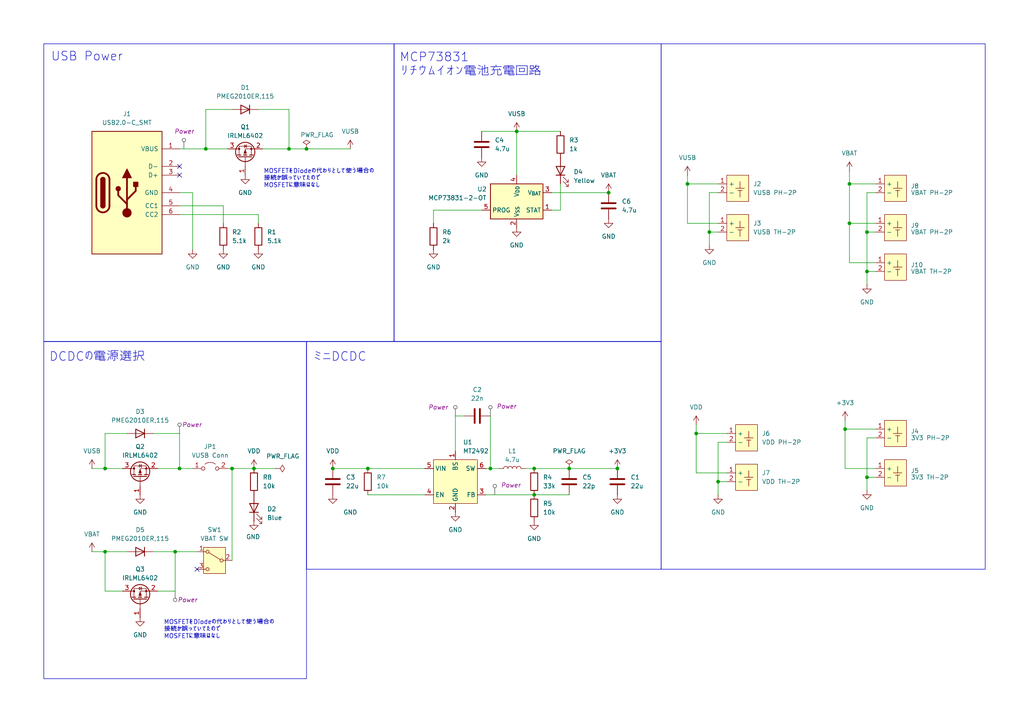
<source format=kicad_sch>
(kicad_sch (version 20231120) (generator "eeschema") (generator_version "8.0")
  (paper "A4")
  (lib_symbols
    (symbol "74th_ApplicationIC:MCP73831-2-OT_BatteryController"
      (property "Reference" "U" (at -7.62 6.35 0))
      (property "Value" "MCP73831-2-OT" (at 1.27 6.35 0))
      (symbol "MCP73831-2-OT_BatteryController_0_1"
        (rectangle (start -7.62 5.08) (end 7.62 -5.08) (stroke (width 0.254)) (fill (type background)))
      )
      (symbol "MCP73831-2-OT_BatteryController_1_1"
        (pin tri_state line (at 10.16 -2.54 180) (length 2.54) (name "STAT") (number "1"))
        (pin power_in line (at 0 -7.62 90) (length 2.54) (name "V_{SS}") (number "2"))
        (pin power_out line (at 10.16 2.54 180) (length 2.54) (name "V_{BAT}") (number "3"))
        (pin power_in line (at 0 7.62 270) (length 2.54) (name "V_{DD}") (number "4"))
        (pin input line (at -10.16 -2.54 0) (length 2.54) (name "PROG") (number "5"))
      )
    )
    (symbol "74th_Interface:BatteryPin"
      (property "Reference" "J" (at 0 6.35 0))
      (symbol "BatteryPin_1_1"
        (rectangle (start -3.81 3.81) (end 2.54 -3.81) (fill (type background)))
        (polyline (pts (xy -1.27 0) (xy 1.27 0)))
        (polyline (pts (xy -0.635 -0.635) (xy 0.635 -0.635)))
        (polyline (pts (xy 0 -0.635) (xy 0 -2.54)))
        (polyline (pts (xy 0 0) (xy 0 1.905)))
        (pin input line (at -6.35 1.27 0) (length 2.54) (name "+") (number "1"))
        (pin input line (at -6.35 -1.27 0) (length 2.54) (name "-") (number "2"))
      )
    )
    (symbol "74th_Interface:Jumper_2" (pin_names (offset 0) hide)
      (property "Reference" "JP" (at 0 2.794 0))
      (property "Value" "Jumper_2_Open" (at 0 -2.286 0))
      (symbol "Jumper_2_0_0"
        (circle (center -2.032 0) (radius 0.508))
        (circle (center 2.032 0) (radius 0.508))
      )
      (symbol "Jumper_2_0_1"
        (arc (start 1.524 1.27) (mid 0 1.778) (end -1.524 1.27))
      )
      (symbol "Jumper_2_1_1"
        (pin passive line (at -5.08 0 0) (length 2.54) (name "A") (number "1"))
        (pin passive line (at 5.08 0 180) (length 2.54) (name "B") (number "2"))
      )
    )
    (symbol "74th_Interface:SW_Slide" (pin_names (offset 0) hide)
      (property "Reference" "SW" (at 0 5.08 0))
      (property "Value" "SW_Slide" (at 0 -5.08 0))
      (symbol "SW_Slide_0_1"
        (circle (center -2.032 0) (radius 0.4572))
        (polyline (pts (xy -1.651 0.254) (xy 1.651 2.286)))
        (circle (center 2.032 -2.54) (radius 0.4572))
        (circle (center 2.032 2.54) (radius 0.4572))
      )
      (symbol "SW_Slide_1_1"
        (rectangle (start -3.175 3.81) (end 3.175 -3.81) (fill (type background)))
        (pin passive line (at 5.08 2.54 180) (length 2.54) (name "A") (number "1"))
        (pin passive line (at -5.08 0 0) (length 2.54) (name "B") (number "2"))
        (pin passive line (at 5.08 -2.54 180) (length 2.54) (name "C") (number "3"))
      )
    )
    (symbol "74th_Interface:USB_TypeC-2.0_Receptacle" (pin_names (offset 1.016))
      (property "Reference" "J" (at -10.16 19.05 0))
      (property "Value" "USB2.0-C_SMT" (at 15.24 19.05 0))
      (symbol "USB_TypeC-2.0_Receptacle_0_1"
        (rectangle (start -10.16 17.78) (end 10.16 -17.78) (stroke (width 0.254)) (fill (type background)))
        (arc (start -8.89 -3.81) (mid -6.985 -5.7067) (end -5.08 -3.81) (stroke (width 0.508)))
        (arc (start -7.62 -3.81) (mid -6.985 -4.4423) (end -6.35 -3.81) (stroke (width 0.254)))
        (arc (start -7.62 -3.81) (mid -6.985 -4.4423) (end -6.35 -3.81) (stroke (width 0.254)) (fill (type outline)))
        (rectangle (start -7.62 -3.81) (end -6.35 3.81) (stroke (width 0.254)) (fill (type outline)))
        (arc (start -6.35 3.81) (mid -6.985 4.4423) (end -7.62 3.81) (stroke (width 0.254)))
        (arc (start -6.35 3.81) (mid -6.985 4.4423) (end -7.62 3.81) (stroke (width 0.254)) (fill (type outline)))
        (arc (start -5.08 3.81) (mid -6.985 5.7067) (end -8.89 3.81) (stroke (width 0.508)))
        (circle (center -2.54 1.143) (radius 0.635) (stroke (width 0.254)) (fill (type outline)))
        (circle (center 0 -5.842) (radius 1.27) (fill (type outline)))
        (polyline (pts (xy -8.89 -3.81) (xy -8.89 3.81)) (stroke (width 0.508)))
        (polyline (pts (xy -5.08 3.81) (xy -5.08 -3.81)) (stroke (width 0.508)))
        (polyline (pts (xy 0 -5.842) (xy 0 4.318)) (stroke (width 0.508)))
        (polyline (pts (xy 0 -3.302) (xy -2.54 -0.762) (xy -2.54 0.508)) (stroke (width 0.508)))
        (polyline (pts (xy 0 -2.032) (xy 2.54 0.508) (xy 2.54 1.778)) (stroke (width 0.508)))
        (polyline (pts (xy -1.27 4.318) (xy 0 6.858) (xy 1.27 4.318) (xy -1.27 4.318)) (stroke (width 0.254)) (fill (type outline)))
        (rectangle (start 1.905 1.778) (end 3.175 3.048) (stroke (width 0.254)) (fill (type outline)))
      )
      (symbol "USB_TypeC-2.0_Receptacle_1_1"
        (pin power_out line (at 15.24 12.7 180) (length 5.08) (name "VBUS") (number "1"))
        (pin bidirectional line (at 15.24 7.62 180) (length 5.08) (name "D-") (number "2"))
        (pin bidirectional line (at 15.24 5.08 180) (length 5.08) (name "D+") (number "3"))
        (pin power_out line (at 15.24 0 180) (length 5.08) (name "GND") (number "4"))
        (pin input line (at 15.24 -3.81 180) (length 5.08) (name "CC1") (number "5"))
        (pin input line (at 15.24 -6.35 180) (length 5.08) (name "CC2") (number "6"))
      )
    )
    (symbol "74th_Passive:IRLM6402_Pch-MOSFET" (pin_names hide)
      (property "Reference" "Q" (at 5.08 1.905 0))
      (property "Value" "IRLM6402" (at 5.08 0 0))
      (symbol "IRLM6402_Pch-MOSFET_0_1"
        (polyline (pts (xy 0.254 0) (xy -2.54 0)))
        (polyline (pts (xy 0.254 1.905) (xy 0.254 -1.905)) (stroke (width 0.254)))
        (polyline (pts (xy 0.762 -1.27) (xy 0.762 -2.286)) (stroke (width 0.254)))
        (polyline (pts (xy 0.762 0.508) (xy 0.762 -0.508)) (stroke (width 0.254)))
        (polyline (pts (xy 0.762 2.286) (xy 0.762 1.27)) (stroke (width 0.254)))
        (polyline (pts (xy 2.54 2.54) (xy 2.54 1.778)))
        (polyline (pts (xy 2.54 -2.54) (xy 2.54 0) (xy 0.762 0)))
        (polyline (pts (xy 0.762 1.778) (xy 3.302 1.778) (xy 3.302 -1.778) (xy 0.762 -1.778)))
        (polyline (pts (xy 2.286 0) (xy 1.27 0.381) (xy 1.27 -0.381) (xy 2.286 0)) (fill (type outline)))
        (polyline (pts (xy 2.794 -0.508) (xy 2.921 -0.381) (xy 3.683 -0.381) (xy 3.81 -0.254)))
        (polyline (pts (xy 3.302 -0.381) (xy 2.921 0.254) (xy 3.683 0.254) (xy 3.302 -0.381)))
        (circle (center 1.651 0) (radius 2.794) (stroke (width 0.254)))
        (circle (center 2.54 -1.778) (radius 0.254) (fill (type outline)))
        (circle (center 2.54 1.778) (radius 0.254) (fill (type outline)))
      )
      (symbol "IRLM6402_Pch-MOSFET_1_1"
        (pin input line (at -5.08 0 0) (length 2.54) (name "G") (number "1"))
        (pin passive line (at 2.54 -5.08 90) (length 2.54) (name "S") (number "2"))
        (pin passive line (at 2.54 5.08 270) (length 2.54) (name "D") (number "3"))
      )
    )
    (symbol "74th_Passive:MT2492_Step-Down-DCDC-Converter"
      (property "Reference" "U" (at -6.35 -10.16 0))
      (property "Value" "MT2492" (at 5.08 -10.16 0))
      (symbol "MT2492_Step-Down-DCDC-Converter_1_1"
        (rectangle (start -6.35 3.81) (end 6.35 -8.89) (fill (type background)))
        (pin power_out line (at 0 6.35 270) (length 2.54) (name "BS") (number "1"))
        (pin power_in line (at 0 -11.43 90) (length 2.54) (name "GND") (number "2"))
        (pin input line (at 8.89 -6.35 180) (length 2.54) (name "FB") (number "3"))
        (pin input line (at -8.89 -6.35 0) (length 2.54) (name "EN") (number "4"))
        (pin power_in line (at -8.89 1.27 0) (length 2.54) (name "VIN") (number "5"))
        (pin power_out line (at 8.89 1.27 180) (length 2.54) (name "SW") (number "6"))
      )
    )
    (symbol "74th_Power:VBAT" (power) (pin_numbers hide) (pin_names (offset 0) hide)
      (property "Value" "VBAT" (at 0 3.556 0))
      (symbol "VBAT_0_1"
        (polyline (pts (xy -0.762 1.27) (xy 0 2.54)))
        (polyline (pts (xy 0 0) (xy 0 2.54)))
        (polyline (pts (xy 0 2.54) (xy 0.762 1.27)))
      )
      (symbol "VBAT_1_1"
        (pin power_in line (at 0 0 90) (length 0) (name "~") (number "1"))
      )
    )
    (symbol "74th_Power:VUSB" (power) (pin_numbers hide) (pin_names (offset 0) hide)
      (property "Value" "VUSB" (at 0 3.556 0))
      (symbol "VUSB_0_1"
        (polyline (pts (xy -0.762 1.27) (xy 0 2.54)))
        (polyline (pts (xy 0 0) (xy 0 2.54)))
        (polyline (pts (xy 0 2.54) (xy 0.762 1.27)))
      )
      (symbol "VUSB_1_1"
        (pin power_in line (at 0 0 90) (length 0) (name "~") (number "1"))
      )
    )
    (symbol "Device:C" (pin_numbers hide) (pin_names (offset 0.254))
      (property "Reference" "C" (at 0.635 2.54 0))
      (property "Value" "C" (at 0.635 -2.54 0))
      (symbol "C_0_1"
        (polyline (pts (xy -2.032 -0.762) (xy 2.032 -0.762)) (stroke (width 0.508)))
        (polyline (pts (xy -2.032 0.762) (xy 2.032 0.762)) (stroke (width 0.508)))
      )
      (symbol "C_1_1"
        (pin passive line (at 0 3.81 270) (length 2.794) (name "~") (number "1"))
        (pin passive line (at 0 -3.81 90) (length 2.794) (name "~") (number "2"))
      )
    )
    (symbol "Device:D" (pin_numbers hide) (pin_names (offset 1.016) hide)
      (property "Reference" "D" (at 0 2.54 0))
      (property "Value" "D" (at 0 -2.54 0))
      (symbol "D_0_1"
        (polyline (pts (xy -1.27 1.27) (xy -1.27 -1.27)) (stroke (width 0.254)))
        (polyline (pts (xy 1.27 0) (xy -1.27 0)))
        (polyline (pts (xy 1.27 1.27) (xy 1.27 -1.27) (xy -1.27 0) (xy 1.27 1.27)) (stroke (width 0.254)))
      )
      (symbol "D_1_1"
        (pin passive line (at -3.81 0 0) (length 2.54) (name "K") (number "1"))
        (pin passive line (at 3.81 0 180) (length 2.54) (name "A") (number "2"))
      )
    )
    (symbol "Device:L" (pin_numbers hide) (pin_names (offset 1.016) hide)
      (property "Reference" "L" (at -1.27 0 90))
      (property "Value" "L" (at 1.905 0 90))
      (symbol "L_0_1"
        (arc (start 0 -2.54) (mid 0.6323 -1.905) (end 0 -1.27))
        (arc (start 0 -1.27) (mid 0.6323 -0.635) (end 0 0))
        (arc (start 0 0) (mid 0.6323 0.635) (end 0 1.27))
        (arc (start 0 1.27) (mid 0.6323 1.905) (end 0 2.54))
      )
      (symbol "L_1_1"
        (pin passive line (at 0 3.81 270) (length 1.27) (name "1") (number "1"))
        (pin passive line (at 0 -3.81 90) (length 1.27) (name "2") (number "2"))
      )
    )
    (symbol "Device:LED" (pin_numbers hide) (pin_names (offset 1.016) hide)
      (property "Reference" "D" (at 0 2.54 0))
      (property "Value" "LED" (at 0 -2.54 0))
      (symbol "LED_0_1"
        (polyline (pts (xy -1.27 -1.27) (xy -1.27 1.27)) (stroke (width 0.254)))
        (polyline (pts (xy -1.27 0) (xy 1.27 0)))
        (polyline (pts (xy 1.27 -1.27) (xy 1.27 1.27) (xy -1.27 0) (xy 1.27 -1.27)) (stroke (width 0.254)))
        (polyline (pts (xy -3.048 -0.762) (xy -4.572 -2.286) (xy -3.81 -2.286) (xy -4.572 -2.286) (xy -4.572 -1.524)))
        (polyline (pts (xy -1.778 -0.762) (xy -3.302 -2.286) (xy -2.54 -2.286) (xy -3.302 -2.286) (xy -3.302 -1.524)))
      )
      (symbol "LED_1_1"
        (pin passive line (at -3.81 0 0) (length 2.54) (name "K") (number "1"))
        (pin passive line (at 3.81 0 180) (length 2.54) (name "A") (number "2"))
      )
    )
    (symbol "Device:R" (pin_numbers hide) (pin_names (offset 0))
      (property "Reference" "R" (at 2.032 0 90))
      (property "Value" "R" (at 0 0 90))
      (symbol "R_0_1"
        (rectangle (start -1.016 -2.54) (end 1.016 2.54) (stroke (width 0.254)))
      )
      (symbol "R_1_1"
        (pin passive line (at 0 3.81 270) (length 1.27) (name "~") (number "1"))
        (pin passive line (at 0 -3.81 90) (length 1.27) (name "~") (number "2"))
      )
    )
    (symbol "power:+3V3" (power) (pin_numbers hide) (pin_names (offset 0) hide)
      (property "Value" "+3V3" (at 0 3.556 0))
      (symbol "+3V3_0_1"
        (polyline (pts (xy -0.762 1.27) (xy 0 2.54)))
        (polyline (pts (xy 0 0) (xy 0 2.54)))
        (polyline (pts (xy 0 2.54) (xy 0.762 1.27)))
      )
      (symbol "+3V3_1_1"
        (pin power_in line (at 0 0 90) (length 0) (name "~") (number "1"))
      )
    )
    (symbol "power:GND" (power) (pin_numbers hide) (pin_names (offset 0) hide)
      (property "Value" "GND" (at 0 -3.81 0))
      (symbol "GND_0_1"
        (polyline (pts (xy 0 0) (xy 0 -1.27) (xy 1.27 -1.27) (xy 0 -2.54) (xy -1.27 -1.27) (xy 0 -1.27)))
      )
      (symbol "GND_1_1"
        (pin power_in line (at 0 0 270) (length 0) (name "~") (number "1"))
      )
    )
    (symbol "power:PWR_FLAG" (power) (pin_numbers hide) (pin_names (offset 0) hide)
      (property "Value" "PWR_FLAG" (at 0 3.81 0))
      (symbol "PWR_FLAG_0_0"
        (pin power_out line (at 0 0 90) (length 0) (name "~") (number "1"))
      )
      (symbol "PWR_FLAG_0_1"
        (polyline (pts (xy 0 0) (xy 0 1.27) (xy -1.016 1.905) (xy 0 2.54) (xy 1.016 1.905) (xy 0 1.27)))
      )
    )
    (symbol "power:VDD" (power) (pin_numbers hide) (pin_names (offset 0) hide)
      (property "Value" "VDD" (at 0 3.556 0))
      (symbol "VDD_0_1"
        (polyline (pts (xy -0.762 1.27) (xy 0 2.54)))
        (polyline (pts (xy 0 0) (xy 0 2.54)))
        (polyline (pts (xy 0 2.54) (xy 0.762 1.27)))
      )
      (symbol "VDD_1_1"
        (pin power_in line (at 0 0 90) (length 0) (name "~") (number "1"))
      )
    )
  )
  (junction (at 30.48 135.89))
  (junction (at 154.94 143.51))
  (junction (at 30.48 160.02))
  (junction (at 179.07 135.89))
  (junction (at 154.94 135.89))
  (junction (at 88.9 43.18))
  (junction (at 246.38 53.34))
  (junction (at 245.11 124.46))
  (junction (at 73.66 135.89))
  (junction (at 52.07 135.89))
  (junction (at 201.93 125.73))
  (junction (at 67.31 135.89))
  (junction (at 251.46 78.74))
  (junction (at 205.74 67.31))
  (junction (at 149.86 38.1))
  (junction (at 199.39 53.34))
  (junction (at 83.82 43.18))
  (junction (at 246.38 64.77))
  (junction (at 142.24 135.89))
  (junction (at 208.28 139.7))
  (junction (at 50.8 160.02))
  (junction (at 251.46 138.43))
  (junction (at 106.68 135.89))
  (junction (at 96.52 135.89))
  (junction (at 165.1 135.89))
  (junction (at 251.46 67.31))
  (junction (at 176.53 55.88))
  (junction (at 59.69 43.18))
  (no_connect (at 52.07 50.8))
  (no_connect (at 57.15 165.1))
  (no_connect (at 52.07 48.26))
  (wire (pts (xy 76.2 43.18) (xy 83.82 43.18)))
  (wire (pts (xy 30.48 160.02) (xy 36.83 160.02)))
  (wire (pts (xy 101.6 43.18) (xy 88.9 43.18)))
  (wire (pts (xy 44.45 125.73) (xy 52.07 125.73)))
  (wire (pts (xy 50.8 171.45) (xy 50.8 160.02)))
  (wire (pts (xy 251.46 138.43) (xy 251.46 127)))
  (wire (pts (xy 26.67 160.02) (xy 30.48 160.02)))
  (wire (pts (xy 245.11 124.46) (xy 254 124.46)))
  (wire (pts (xy 208.28 139.7) (xy 210.82 139.7)))
  (wire (pts (xy 59.69 43.18) (xy 59.69 31.75)))
  (wire (pts (xy 73.66 135.89) (xy 80.01 135.89)))
  (wire (pts (xy 106.68 135.89) (xy 123.19 135.89)))
  (wire (pts (xy 74.93 62.23) (xy 74.93 64.77)))
  (wire (pts (xy 45.72 171.45) (xy 50.8 171.45)))
  (wire (pts (xy 30.48 135.89) (xy 30.48 125.73)))
  (wire (pts (xy 140.97 135.89) (xy 142.24 135.89)))
  (wire (pts (xy 52.07 55.88) (xy 55.88 55.88)))
  (wire (pts (xy 139.7 38.1) (xy 149.86 38.1)))
  (wire (pts (xy 199.39 53.34) (xy 208.28 53.34)))
  (wire (pts (xy 160.02 55.88) (xy 176.53 55.88)))
  (wire (pts (xy 50.8 160.02) (xy 57.15 160.02)))
  (wire (pts (xy 52.07 135.89) (xy 55.88 135.89)))
  (wire (pts (xy 66.04 43.18) (xy 59.69 43.18)))
  (wire (pts (xy 208.28 143.51) (xy 208.28 139.7)))
  (wire (pts (xy 125.73 60.96) (xy 125.73 64.77)))
  (wire (pts (xy 251.46 67.31) (xy 254 67.31)))
  (wire (pts (xy 154.94 135.89) (xy 165.1 135.89)))
  (wire (pts (xy 208.28 64.77) (xy 199.39 64.77)))
  (wire (pts (xy 96.52 135.89) (xy 106.68 135.89)))
  (wire (pts (xy 83.82 43.18) (xy 83.82 31.75)))
  (wire (pts (xy 205.74 67.31) (xy 205.74 55.88)))
  (wire (pts (xy 106.68 143.51) (xy 123.19 143.51)))
  (wire (pts (xy 59.69 31.75) (xy 67.31 31.75)))
  (wire (pts (xy 52.07 125.73) (xy 52.07 135.89)))
  (wire (pts (xy 162.56 60.96) (xy 160.02 60.96)))
  (wire (pts (xy 199.39 50.8) (xy 199.39 53.34)))
  (wire (pts (xy 246.38 76.2) (xy 254 76.2)))
  (wire (pts (xy 246.38 64.77) (xy 254 64.77)))
  (wire (pts (xy 88.9 43.18) (xy 83.82 43.18)))
  (wire (pts (xy 35.56 135.89) (xy 30.48 135.89)))
  (wire (pts (xy 154.94 143.51) (xy 165.1 143.51)))
  (wire (pts (xy 26.67 135.89) (xy 30.48 135.89)))
  (wire (pts (xy 254 135.89) (xy 245.11 135.89)))
  (wire (pts (xy 142.24 120.65) (xy 142.24 135.89)))
  (wire (pts (xy 165.1 135.89) (xy 179.07 135.89)))
  (wire (pts (xy 149.86 38.1) (xy 162.56 38.1)))
  (wire (pts (xy 246.38 49.53) (xy 246.38 53.34)))
  (wire (pts (xy 251.46 67.31) (xy 251.46 78.74)))
  (wire (pts (xy 251.46 55.88) (xy 251.46 67.31)))
  (wire (pts (xy 246.38 53.34) (xy 254 53.34)))
  (wire (pts (xy 52.07 59.69) (xy 64.77 59.69)))
  (wire (pts (xy 52.07 62.23) (xy 74.93 62.23)))
  (wire (pts (xy 246.38 53.34) (xy 246.38 64.77)))
  (wire (pts (xy 210.82 137.16) (xy 201.93 137.16)))
  (wire (pts (xy 208.28 139.7) (xy 208.28 128.27)))
  (wire (pts (xy 149.86 38.1) (xy 149.86 50.8)))
  (wire (pts (xy 67.31 135.89) (xy 67.31 162.56)))
  (wire (pts (xy 205.74 71.12) (xy 205.74 67.31)))
  (wire (pts (xy 205.74 67.31) (xy 208.28 67.31)))
  (wire (pts (xy 205.74 55.88) (xy 208.28 55.88)))
  (wire (pts (xy 208.28 128.27) (xy 210.82 128.27)))
  (wire (pts (xy 140.97 143.51) (xy 154.94 143.51)))
  (wire (pts (xy 251.46 55.88) (xy 254 55.88)))
  (wire (pts (xy 30.48 125.73) (xy 36.83 125.73)))
  (wire (pts (xy 67.31 135.89) (xy 73.66 135.89)))
  (wire (pts (xy 199.39 64.77) (xy 199.39 53.34)))
  (wire (pts (xy 245.11 135.89) (xy 245.11 124.46)))
  (wire (pts (xy 30.48 171.45) (xy 30.48 160.02)))
  (wire (pts (xy 55.88 55.88) (xy 55.88 72.39)))
  (wire (pts (xy 45.72 135.89) (xy 52.07 135.89)))
  (wire (pts (xy 139.7 60.96) (xy 125.73 60.96)))
  (wire (pts (xy 132.08 120.65) (xy 134.62 120.65)))
  (wire (pts (xy 201.93 123.19) (xy 201.93 125.73)))
  (wire (pts (xy 246.38 64.77) (xy 246.38 76.2)))
  (wire (pts (xy 132.08 120.65) (xy 132.08 130.81)))
  (wire (pts (xy 44.45 160.02) (xy 50.8 160.02)))
  (wire (pts (xy 35.56 171.45) (xy 30.48 171.45)))
  (wire (pts (xy 52.07 43.18) (xy 59.69 43.18)))
  (wire (pts (xy 245.11 121.92) (xy 245.11 124.46)))
  (wire (pts (xy 251.46 127) (xy 254 127)))
  (wire (pts (xy 251.46 142.24) (xy 251.46 138.43)))
  (wire (pts (xy 152.4 135.89) (xy 154.94 135.89)))
  (wire (pts (xy 201.93 125.73) (xy 210.82 125.73)))
  (wire (pts (xy 251.46 138.43) (xy 254 138.43)))
  (wire (pts (xy 251.46 78.74) (xy 254 78.74)))
  (wire (pts (xy 66.04 135.89) (xy 67.31 135.89)))
  (wire (pts (xy 251.46 78.74) (xy 251.46 82.55)))
  (wire (pts (xy 74.93 31.75) (xy 83.82 31.75)))
  (wire (pts (xy 162.56 53.34) (xy 162.56 60.96)))
  (wire (pts (xy 201.93 137.16) (xy 201.93 125.73)))
  (wire (pts (xy 64.77 59.69) (xy 64.77 64.77)))
  (wire (pts (xy 142.24 135.89) (xy 144.78 135.89)))
  (rectangle (start 12.7 12.7) (end 114.3 99.06))
  (rectangle (start 114.3 12.7) (end 191.77 99.06))
  (rectangle (start 12.7 99.06) (end 88.9 196.85))
  (rectangle (start 191.77 12.7) (end 285.75 165.1))
  (rectangle (start 88.9 99.06) (end 191.77 165.1))
  (text "ミニDCDC" (at 90.678 102.108 0) (effects (font (size 2.54 2.54)) (justify left top)))
  (text "MCP73831\nリチウムイオン電池充電回路" (at 115.824 15.24 0) (effects (font (size 2.54 2.54)) (justify left top)))
  (text "MOSFETをDiodeの代わりとして使う場合の\n接続が誤っていてたので\nMOSFETに意味はなし" (at 76.454 51.816 0) (effects (font (size 1.27 1.27)) (justify left)))
  (text "MOSFETをDiodeの代わりとして使う場合の\n接続が誤っていてたので\nMOSFETに意味はなし" (at 47.498 182.626 0) (effects (font (size 1.27 1.27)) (justify left)))
  (text "USB Power" (at 14.732 14.986 0) (effects (font (size 2.54 2.54)) (justify left top)))
  (text "DCDCの電源選択" (at 14.224 102.108 0) (effects (font (size 2.54 2.54)) (justify left top)))
  (netclass_flag "" (length 2.54) (shape round) (at 132.08 120.65 0) (property "Netclass" "Power" (at 124.206 118.11 0) (effects (font (italic yes)) (justify left))))
  (netclass_flag "" (length 2.54) (shape round) (at 53.34 43.18 0) (property "Netclass" "Power" (at 50.546 38.1 0) (effects (font (italic yes)) (justify left))))
  (netclass_flag "" (length 2.54) (shape round) (at 143.51 143.51 0) (property "Netclass" "Power" (at 145.288 140.716 0) (effects (font (italic yes)) (justify left))))
  (netclass_flag "" (length 2.54) (shape round) (at 52.07 125.73 0) (property "Netclass" "Power" (at 52.7685 123.19 0) (effects (font (italic yes)) (justify left))))
  (netclass_flag "" (length 2.54) (shape round) (at 50.8 171.45 180) (property "Netclass" "Power" (at 51.4985 173.99 0) (effects (font (italic yes)) (justify left))))
  (netclass_flag "" (length 2.54) (shape round) (at 142.24 120.65 0) (property "Netclass" "Power" (at 144.018 117.856 0) (effects (font (italic yes)) (justify left))))
  (symbol (lib_id "power:GND") (at 40.64 143.51 0) (unit 1)
    (property "Reference" "#PWR029" (effects (hide yes)))
    (property "Value" "GND" (at 40.64 148.59 0))
    (property "Description" "Power symbol creates a global label with name \"GND\" , ground" (effects (hide yes)))
  )
  (symbol (lib_id "Device:C") (at 96.52 139.7 0) (unit 1)
    (property "Reference" "C3" (at 100.33 138.4299 0) (effects (justify left)))
    (property "Value" "22u" (at 100.33 140.9699 0) (effects (justify left)))
    (property "Footprint" "74th:Capacitor_0805_2012" (effects (hide yes)))
    (property "Description" "Unpolarized capacitor" (effects (hide yes)))
  )
  (symbol (lib_id "74th_Interface:BatteryPin") (at 214.63 66.04 0) (unit 1)
    (property "Reference" "J3" (at 218.44 64.7699 0) (effects (justify left)))
    (property "Value" "VUSB TH-2P" (at 218.44 67.3099 0) (effects (justify left)))
    (property "Footprint" "74th:PinOut_Pin_2_GND" (effects (hide yes)))
  )
  (symbol (lib_id "power:GND") (at 73.66 151.13 0) (unit 1)
    (property "Reference" "#PWR031" (effects (hide yes)))
    (property "Value" "GND" (at 73.406 155.702 0))
    (property "Description" "Power symbol creates a global label with name \"GND\" , ground" (effects (hide yes)))
  )
  (symbol (lib_id "74th_Power:VUSB") (at 199.39 50.8 0) (unit 1)
    (property "Reference" "#PWR04" (effects (hide yes)))
    (property "Value" "VUSB" (at 199.39 45.72 0))
    (property "Description" "Power symbol creates a global label with name \"VCC\"" (effects (hide yes)))
  )
  (symbol (lib_id "Device:C") (at 176.53 59.69 0) (unit 1)
    (property "Reference" "C6" (at 180.34 58.4199 0) (effects (justify left)))
    (property "Value" "4.7u" (at 180.34 60.9599 0) (effects (justify left)))
    (property "Footprint" "74th:Capacitor_0805_2012" (effects (hide yes)))
    (property "Description" "Unpolarized capacitor" (effects (hide yes)))
  )
  (symbol (lib_id "74th_Power:VBAT") (at 246.38 49.53 0) (unit 1)
    (property "Reference" "#PWR013" (effects (hide yes)))
    (property "Value" "VBAT" (at 246.38 44.45 0))
    (property "Description" "Power symbol creates a global label with name \"VCC\"" (effects (hide yes)))
  )
  (symbol (lib_id "74th_Interface:BatteryPin") (at 217.17 138.43 0) (unit 1)
    (property "Reference" "J7" (at 220.98 137.1599 0) (effects (justify left)))
    (property "Value" "VDD TH-2P" (at 220.98 139.6999 0) (effects (justify left)))
    (property "Footprint" "74th:PinOut_Pin_2_GND" (effects (hide yes)))
  )
  (symbol (lib_id "Device:D") (at 40.64 160.02 180) (unit 1)
    (property "Reference" "D5" (at 40.64 153.67 0))
    (property "Value" "PMEG2010ER,115" (at 40.64 156.21 0))
    (property "Footprint" "74th:Package_SOD123W" (effects (hide yes)))
    (property "Description" "Diode" (effects (hide yes)))
    (property "Sim.Device" "D" (effects (hide yes)))
    (property "Sim.Pins" "1=K 2=A" (effects (hide yes)))
  )
  (symbol (lib_id "74th_Interface:SW_Slide") (at 62.23 162.56 0) (mirror y) (unit 1)
    (property "Reference" "SW1" (at 62.23 153.67 0))
    (property "Value" "VBAT SW" (at 62.23 156.21 0))
    (property "Footprint" "74th:Switch_Slide_SK-12D02-G020" (effects (hide yes)))
    (property "Description" "Switch, single pole double throw" (effects (hide yes)))
  )
  (symbol (lib_id "Device:C") (at 165.1 139.7 0) (unit 1)
    (property "Reference" "C5" (at 168.91 138.4299 0) (effects (justify left)))
    (property "Value" "22p" (at 168.91 140.9699 0) (effects (justify left)))
    (property "Footprint" "74th:Capacitor_0805_2012" (effects (hide yes)))
    (property "Description" "Unpolarized capacitor" (effects (hide yes)))
  )
  (symbol (lib_id "74th_Passive:MT2492_Step-Down-DCDC-Converter") (at 132.08 137.16 0) (unit 1)
    (property "Reference" "U1" (at 134.2741 128.27 0) (effects (justify left)))
    (property "Value" "MT2492" (at 134.2741 130.81 0) (effects (justify left)))
    (property "Footprint" "74th:Package_SOT-23-6" (effects (hide yes)))
  )
  (symbol (lib_id "power:VDD") (at 73.66 135.89 0) (unit 1)
    (property "Reference" "#PWR015" (effects (hide yes)))
    (property "Value" "VDD" (at 73.66 130.81 0))
    (property "Description" "Power symbol creates a global label with name \"VDD\"" (effects (hide yes)))
  )
  (symbol (lib_id "power:GND") (at 154.94 151.13 0) (unit 1)
    (property "Reference" "#PWR019" (effects (hide yes)))
    (property "Value" "GND" (at 154.94 156.21 0))
    (property "Description" "Power symbol creates a global label with name \"GND\" , ground" (effects (hide yes)))
  )
  (symbol (lib_id "power:GND") (at 205.74 71.12 0) (unit 1)
    (property "Reference" "#PWR012" (effects (hide yes)))
    (property "Value" "GND" (at 205.74 76.2 0))
    (property "Description" "Power symbol creates a global label with name \"GND\" , ground" (effects (hide yes)))
  )
  (symbol (lib_id "Device:L") (at 148.59 135.89 90) (unit 1)
    (property "Reference" "L1" (at 148.59 130.81 90))
    (property "Value" "4.7u" (at 148.59 133.35 90))
    (property "Footprint" "74th:Capacitor_0805_2012" (effects (hide yes)))
    (property "Description" "Inductor" (effects (hide yes)))
  )
  (symbol (lib_id "power:GND") (at 251.46 82.55 0) (unit 1)
    (property "Reference" "#PWR014" (effects (hide yes)))
    (property "Value" "GND" (at 251.46 87.63 0))
    (property "Description" "Power symbol creates a global label with name \"GND\" , ground" (effects (hide yes)))
  )
  (symbol (lib_id "74th_Power:VBAT") (at 176.53 55.88 0) (unit 1)
    (property "Reference" "#PWR09" (effects (hide yes)))
    (property "Value" "VBAT" (at 176.53 50.8 0))
    (property "Description" "Power symbol creates a global label with name \"VCC\"" (effects (hide yes)))
  )
  (symbol (lib_id "74th_Power:VUSB") (at 149.86 38.1 0) (unit 1)
    (property "Reference" "#PWR026" (effects (hide yes)))
    (property "Value" "VUSB" (at 149.86 33.02 0))
    (property "Description" "Power symbol creates a global label with name \"VCC\"" (effects (hide yes)))
  )
  (symbol (lib_id "power:GND") (at 208.28 143.51 0) (unit 1)
    (property "Reference" "#PWR025" (effects (hide yes)))
    (property "Value" "GND" (at 208.28 148.59 0))
    (property "Description" "Power symbol creates a global label with name \"GND\" , ground" (effects (hide yes)))
  )
  (symbol (lib_id "Device:R") (at 154.94 139.7 0) (unit 1)
    (property "Reference" "R4" (at 157.48 138.4299 0) (effects (justify left)))
    (property "Value" "33k" (at 157.48 140.9699 0) (effects (justify left)))
    (property "Footprint" "74th:Register_0805_2012" (effects (hide yes)))
    (property "Description" "Resistor" (effects (hide yes)))
  )
  (symbol (lib_id "power:VDD") (at 96.52 135.89 0) (unit 1)
    (property "Reference" "#PWR027" (effects (hide yes)))
    (property "Value" "VDD" (at 96.52 130.81 0))
    (property "Description" "Power symbol creates a global label with name \"VDD\"" (effects (hide yes)))
  )
  (symbol (lib_id "power:GND") (at 132.08 148.59 0) (unit 1)
    (property "Reference" "#PWR018" (effects (hide yes)))
    (property "Value" "GND" (at 132.08 153.67 0))
    (property "Description" "Power symbol creates a global label with name \"GND\" , ground" (effects (hide yes)))
  )
  (symbol (lib_id "power:GND") (at 149.86 66.04 0) (unit 1)
    (property "Reference" "#PWR08" (effects (hide yes)))
    (property "Value" "GND" (at 149.86 71.12 0))
    (property "Description" "Power symbol creates a global label with name \"GND\" , ground" (effects (hide yes)))
  )
  (symbol (lib_id "power:+3V3") (at 179.07 135.89 0) (unit 1)
    (property "Reference" "#PWR021" (effects (hide yes)))
    (property "Value" "+3V3" (at 179.07 130.81 0))
    (property "Description" "Power symbol creates a global label with name \"+3V3\"" (effects (hide yes)))
  )
  (symbol (lib_id "74th_Passive:IRLM6402_Pch-MOSFET") (at 40.64 138.43 90) (unit 1)
    (property "Reference" "Q2" (at 40.64 129.54 90))
    (property "Value" "IRLML6402" (at 40.64 132.08 90))
    (property "Footprint" "74th:Package_SOT-23" (effects (hide yes)))
    (property "Datasheet" "https://www.infineon.com/dgdl/irlml6402pbf.pdf?fileId=5546d462533600a401535668d5c2263c" (effects (hide yes)))
    (property "Description" "-3.7A Id, -20V Vds, 65mOhm Rds, P-Channel HEXFET Power MOSFET, SOT-23" (effects (hide yes)))
  )
  (symbol (lib_id "power:GND") (at 96.52 143.51 0) (unit 1)
    (property "Reference" "#PWR017" (effects (hide yes)))
    (property "Value" "GND" (at 101.6 148.59 0))
    (property "Description" "Power symbol creates a global label with name \"GND\" , ground" (effects (hide yes)))
  )
  (symbol (lib_id "Device:R") (at 162.56 41.91 0) (unit 1)
    (property "Reference" "R3" (at 165.1 40.6399 0) (effects (justify left)))
    (property "Value" "1k" (at 165.1 43.1799 0) (effects (justify left)))
    (property "Footprint" "74th:Register_0805_2012" (effects (hide yes)))
    (property "Description" "Resistor" (effects (hide yes)))
  )
  (symbol (lib_id "74th_Passive:IRLM6402_Pch-MOSFET") (at 40.64 173.99 90) (unit 1)
    (property "Reference" "Q3" (at 40.64 165.1 90))
    (property "Value" "IRLML6402" (at 40.64 167.64 90))
    (property "Footprint" "74th:Package_SOT-23" (effects (hide yes)))
    (property "Datasheet" "https://www.infineon.com/dgdl/irlml6402pbf.pdf?fileId=5546d462533600a401535668d5c2263c" (effects (hide yes)))
    (property "Description" "-3.7A Id, -20V Vds, 65mOhm Rds, P-Channel HEXFET Power MOSFET, SOT-23" (effects (hide yes)))
  )
  (symbol (lib_id "74th_ApplicationIC:MCP73831-2-OT_BatteryController") (at 149.86 58.42 0) (unit 1)
    (property "Reference" "U2" (at 138.43 54.864 0) (effects (justify left)))
    (property "Value" "MCP73831-2-OT" (at 124.206 57.404 0) (effects (justify left)))
    (property "Footprint" "74th:Package_SOT-23-5" (effects (hide yes)))
    (property "Datasheet" "http://ww1.microchip.com/downloads/en/DeviceDoc/20001984g.pdf" (effects (hide yes)))
    (property "Description" "Single cell, Li-Ion/Li-Po charge management controller, 4.20V, Tri-State Status Output, in SOT23-5 package" (effects (hide yes)))
  )
  (symbol (lib_id "power:+3V3") (at 245.11 121.92 0) (unit 1)
    (property "Reference" "#PWR022" (effects (hide yes)))
    (property "Value" "+3V3" (at 245.11 116.84 0))
    (property "Description" "Power symbol creates a global label with name \"+3V3\"" (effects (hide yes)))
  )
  (symbol (lib_id "74th_Interface:BatteryPin") (at 214.63 54.61 0) (unit 1)
    (property "Reference" "J2" (at 218.44 53.3399 0) (effects (justify left)))
    (property "Value" "VUSB PH-2P" (at 218.44 55.8799 0) (effects (justify left)))
    (property "Footprint" "74th:Connector_PH-2.0_TH-Vertical_2Pin" (effects (hide yes)))
  )
  (symbol (lib_id "74th_Interface:BatteryPin") (at 260.35 54.61 0) (unit 1)
    (property "Reference" "J8" (at 264.16 53.9749 0) (effects (justify left)))
    (property "Value" "VBAT PH-2P" (at 264.16 55.88 0) (effects (justify left)))
    (property "Footprint" "74th:Connector_PH-2.0_TH-Vertical_2Pin" (effects (hide yes)))
  )
  (symbol (lib_id "power:PWR_FLAG") (at 165.1 135.89 0) (unit 1)
    (property "Reference" "#FLG01" (effects (hide yes)))
    (property "Value" "PWR_FLAG" (at 165.1 130.81 0))
    (property "Description" "Special symbol for telling ERC where power comes from" (effects (hide yes)))
  )
  (symbol (lib_id "74th_Power:VUSB") (at 26.67 135.89 0) (unit 1)
    (property "Reference" "#PWR011" (effects (hide yes)))
    (property "Value" "VUSB" (at 26.67 130.81 0))
    (property "Description" "Power symbol creates a global label with name \"VCC\"" (effects (hide yes)))
  )
  (symbol (lib_id "Device:C") (at 138.43 120.65 90) (unit 1)
    (property "Reference" "C2" (at 138.43 113.03 90))
    (property "Value" "22n" (at 138.43 115.57 90))
    (property "Footprint" "74th:Capacitor_0805_2012" (effects (hide yes)))
    (property "Description" "Unpolarized capacitor" (effects (hide yes)))
  )
  (symbol (lib_id "Device:R") (at 154.94 147.32 0) (unit 1)
    (property "Reference" "R5" (at 157.48 146.0499 0) (effects (justify left)))
    (property "Value" "10k" (at 157.48 148.5899 0) (effects (justify left)))
    (property "Footprint" "74th:Register_0805_2012" (effects (hide yes)))
    (property "Description" "Resistor" (effects (hide yes)))
  )
  (symbol (lib_id "Device:LED") (at 162.56 49.53 90) (unit 1)
    (property "Reference" "D4" (at 166.37 49.8474 90) (effects (justify right)))
    (property "Value" "Yellow" (at 166.37 52.3874 90) (effects (justify right)))
    (property "Footprint" "74th:LED_0805_2012" (effects (hide yes)))
    (property "Description" "Light emitting diode" (effects (hide yes)))
  )
  (symbol (lib_id "power:GND") (at 139.7 45.72 0) (unit 1)
    (property "Reference" "#PWR06" (effects (hide yes)))
    (property "Value" "GND" (at 139.7 50.8 0))
    (property "Description" "Power symbol creates a global label with name \"GND\" , ground" (effects (hide yes)))
  )
  (symbol (lib_id "74th_Interface:BatteryPin") (at 260.35 125.73 0) (unit 1)
    (property "Reference" "J4" (at 264.16 125.0949 0) (effects (justify left)))
    (property "Value" "3V3 PH-2P" (at 264.16 127 0) (effects (justify left)))
    (property "Footprint" "74th:Connector_PH-2.0_TH-Vertical_2Pin" (effects (hide yes)))
  )
  (symbol (lib_id "power:GND") (at 40.64 179.07 0) (unit 1)
    (property "Reference" "#PWR030" (effects (hide yes)))
    (property "Value" "GND" (at 40.64 184.15 0))
    (property "Description" "Power symbol creates a global label with name \"GND\" , ground" (effects (hide yes)))
  )
  (symbol (lib_id "74th_Interface:Jumper_2") (at 60.96 135.89 0) (unit 1)
    (property "Reference" "JP1" (at 60.96 129.54 0))
    (property "Value" "VUSB Conn" (at 60.96 132.08 0))
    (property "Footprint" "74th:SolderJumper-2" (effects (hide yes)))
    (property "Description" "Jumper, 2-pole, open" (effects (hide yes)))
  )
  (symbol (lib_id "74th_Interface:BatteryPin") (at 260.35 77.47 0) (unit 1)
    (property "Reference" "J10" (at 264.16 76.8349 0) (effects (justify left)))
    (property "Value" "VBAT TH-2P" (at 264.16 78.74 0) (effects (justify left)))
    (property "Footprint" "74th:PinOut_Pin_2_GND" (effects (hide yes)))
  )
  (symbol (lib_id "power:PWR_FLAG") (at 88.9 43.18 0) (unit 1)
    (property "Reference" "#FLG02" (effects (hide yes)))
    (property "Value" "PWR_FLAG" (at 91.948 39.116 0))
    (property "Description" "Special symbol for telling ERC where power comes from" (effects (hide yes)))
  )
  (symbol (lib_id "Device:LED") (at 73.66 147.32 90) (unit 1)
    (property "Reference" "D2" (at 77.47 147.6374 90) (effects (justify right)))
    (property "Value" "Blue" (at 77.47 150.1774 90) (effects (justify right)))
    (property "Footprint" "74th:LED_0805_2012" (effects (hide yes)))
    (property "Description" "Light emitting diode" (effects (hide yes)))
  )
  (symbol (lib_id "74th_Interface:BatteryPin") (at 217.17 127 0) (unit 1)
    (property "Reference" "J6" (at 220.98 125.7299 0) (effects (justify left)))
    (property "Value" "VDD PH-2P" (at 220.98 128.2699 0) (effects (justify left)))
    (property "Footprint" "74th:Connector_PH-2.0_TH-Vertical_2Pin" (effects (hide yes)))
  )
  (symbol (lib_id "power:GND") (at 251.46 142.24 0) (unit 1)
    (property "Reference" "#PWR023" (effects (hide yes)))
    (property "Value" "GND" (at 251.46 147.32 0))
    (property "Description" "Power symbol creates a global label with name \"GND\" , ground" (effects (hide yes)))
  )
  (symbol (lib_id "74th_Interface:USB_TypeC-2.0_Receptacle") (at 36.83 55.88 0) (unit 1)
    (property "Reference" "J1" (at 36.83 33.02 0))
    (property "Value" "USB2.0-C_SMT" (at 36.83 35.56 0))
    (property "Footprint" "74th:Connector_USB-C-Receptacle_SMT_12-Pin_Simple" (effects (hide yes)))
    (property "Datasheet" "https://www.usb.org/sites/default/files/documents/usb_type-c.zip" (effects (hide yes)))
    (property "Description" "USB 2.0-only Type-C Plug connector" (effects (hide yes)))
  )
  (symbol (lib_id "Device:C") (at 179.07 139.7 0) (unit 1)
    (property "Reference" "C1" (at 182.88 138.4299 0) (effects (justify left)))
    (property "Value" "22u" (at 182.88 140.9699 0) (effects (justify left)))
    (property "Footprint" "74th:Capacitor_0805_2012" (effects (hide yes)))
    (property "Description" "Unpolarized capacitor" (effects (hide yes)))
  )
  (symbol (lib_id "Device:D") (at 71.12 31.75 180) (unit 1)
    (property "Reference" "D1" (at 71.12 25.4 0))
    (property "Value" "PMEG2010ER,115" (at 71.12 27.94 0))
    (property "Footprint" "74th:Package_SOD123W" (effects (hide yes)))
    (property "Description" "Diode" (effects (hide yes)))
    (property "Sim.Device" "D" (effects (hide yes)))
    (property "Sim.Pins" "1=K 2=A" (effects (hide yes)))
  )
  (symbol (lib_id "Device:R") (at 106.68 139.7 0) (unit 1)
    (property "Reference" "R7" (at 109.22 138.4299 0) (effects (justify left)))
    (property "Value" "10k" (at 109.22 140.9699 0) (effects (justify left)))
    (property "Footprint" "74th:Register_0805_2012" (effects (hide yes)))
    (property "Description" "Resistor" (effects (hide yes)))
  )
  (symbol (lib_id "power:GND") (at 125.73 72.39 0) (unit 1)
    (property "Reference" "#PWR07" (effects (hide yes)))
    (property "Value" "GND" (at 125.73 77.47 0))
    (property "Description" "Power symbol creates a global label with name \"GND\" , ground" (effects (hide yes)))
  )
  (symbol (lib_id "Device:R") (at 125.73 68.58 0) (unit 1)
    (property "Reference" "R6" (at 128.27 67.3099 0) (effects (justify left)))
    (property "Value" "2k" (at 128.27 69.8499 0) (effects (justify left)))
    (property "Footprint" "74th:Register_0805_2012" (effects (hide yes)))
    (property "Description" "Resistor" (effects (hide yes)))
  )
  (symbol (lib_id "Device:R") (at 74.93 68.58 0) (unit 1)
    (property "Reference" "R1" (at 77.47 67.3099 0) (effects (justify left)))
    (property "Value" "5.1k" (at 77.47 69.8499 0) (effects (justify left)))
    (property "Footprint" "74th:Register_0805_2012" (effects (hide yes)))
    (property "Description" "Resistor" (effects (hide yes)))
  )
  (symbol (lib_id "74th_Interface:BatteryPin") (at 260.35 66.04 0) (unit 1)
    (property "Reference" "J9" (at 264.16 65.4049 0) (effects (justify left)))
    (property "Value" "VBAT PH-2P" (at 264.16 67.31 0) (effects (justify left)))
    (property "Footprint" "74th:Connector_PH-2.0_TH-Vertical_2Pin" (effects (hide yes)))
  )
  (symbol (lib_id "Device:R") (at 73.66 139.7 0) (unit 1)
    (property "Reference" "R8" (at 76.2 138.4299 0) (effects (justify left)))
    (property "Value" "10k" (at 76.2 140.9699 0) (effects (justify left)))
    (property "Footprint" "74th:Register_0805_2012" (effects (hide yes)))
    (property "Description" "Resistor" (effects (hide yes)))
  )
  (symbol (lib_id "power:GND") (at 55.88 72.39 0) (unit 1)
    (property "Reference" "#PWR03" (effects (hide yes)))
    (property "Value" "GND" (at 55.88 77.47 0))
    (property "Description" "Power symbol creates a global label with name \"GND\" , ground" (effects (hide yes)))
  )
  (symbol (lib_id "Device:C") (at 139.7 41.91 0) (unit 1)
    (property "Reference" "C4" (at 143.51 40.6399 0) (effects (justify left)))
    (property "Value" "4.7u" (at 143.51 43.1799 0) (effects (justify left)))
    (property "Footprint" "74th:Capacitor_0805_2012" (effects (hide yes)))
    (property "Description" "Unpolarized capacitor" (effects (hide yes)))
  )
  (symbol (lib_id "74th_Power:VBAT") (at 26.67 160.02 0) (unit 1)
    (property "Reference" "#PWR016" (effects (hide yes)))
    (property "Value" "VBAT" (at 26.67 154.94 0))
    (property "Description" "Power symbol creates a global label with name \"VCC\"" (effects (hide yes)))
  )
  (symbol (lib_id "power:GND") (at 64.77 72.39 0) (unit 1)
    (property "Reference" "#PWR01" (effects (hide yes)))
    (property "Value" "GND" (at 64.77 77.47 0))
    (property "Description" "Power symbol creates a global label with name \"GND\" , ground" (effects (hide yes)))
  )
  (symbol (lib_id "Device:D") (at 40.64 125.73 180) (unit 1)
    (property "Reference" "D3" (at 40.64 119.38 0))
    (property "Value" "PMEG2010ER,115" (at 40.64 121.92 0))
    (property "Footprint" "74th:Package_SOD123W" (effects (hide yes)))
    (property "Description" "Diode" (effects (hide yes)))
    (property "Sim.Device" "D" (effects (hide yes)))
    (property "Sim.Pins" "1=K 2=A" (effects (hide yes)))
  )
  (symbol (lib_id "Device:R") (at 64.77 68.58 0) (unit 1)
    (property "Reference" "R2" (at 67.31 67.3099 0) (effects (justify left)))
    (property "Value" "5.1k" (at 67.31 69.8499 0) (effects (justify left)))
    (property "Footprint" "74th:Register_0805_2012" (effects (hide yes)))
    (property "Description" "Resistor" (effects (hide yes)))
  )
  (symbol (lib_id "power:PWR_FLAG") (at 80.01 135.89 270) (unit 1)
    (property "Reference" "#FLG03" (effects (hide yes)))
    (property "Value" "PWR_FLAG" (at 82.042 132.334 90))
    (property "Description" "Special symbol for telling ERC where power comes from" (effects (hide yes)))
  )
  (symbol (lib_id "power:GND") (at 74.93 72.39 0) (unit 1)
    (property "Reference" "#PWR02" (effects (hide yes)))
    (property "Value" "GND" (at 74.93 77.47 0))
    (property "Description" "Power symbol creates a global label with name \"GND\" , ground" (effects (hide yes)))
  )
  (symbol (lib_id "74th_Passive:IRLM6402_Pch-MOSFET") (at 71.12 45.72 90) (unit 1)
    (property "Reference" "Q1" (at 71.12 36.83 90))
    (property "Value" "IRLML6402" (at 71.12 39.37 90))
    (property "Footprint" "74th:Package_SOT-23" (effects (hide yes)))
    (property "Datasheet" "https://www.infineon.com/dgdl/irlml6402pbf.pdf?fileId=5546d462533600a401535668d5c2263c" (effects (hide yes)))
    (property "Description" "-3.7A Id, -20V Vds, 65mOhm Rds, P-Channel HEXFET Power MOSFET, SOT-23" (effects (hide yes)))
  )
  (symbol (lib_id "power:VDD") (at 201.93 123.19 0) (unit 1)
    (property "Reference" "#PWR024" (effects (hide yes)))
    (property "Value" "VDD" (at 201.93 118.11 0))
    (property "Description" "Power symbol creates a global label with name \"VDD\"" (effects (hide yes)))
  )
  (symbol (lib_id "power:GND") (at 71.12 50.8 0) (unit 1)
    (property "Reference" "#PWR028" (effects (hide yes)))
    (property "Value" "GND" (at 71.12 55.88 0))
    (property "Description" "Power symbol creates a global label with name \"GND\" , ground" (effects (hide yes)))
  )
  (symbol (lib_id "power:GND") (at 179.07 143.51 0) (unit 1)
    (property "Reference" "#PWR020" (effects (hide yes)))
    (property "Value" "GND" (at 179.07 148.59 0))
    (property "Description" "Power symbol creates a global label with name \"GND\" , ground" (effects (hide yes)))
  )
  (symbol (lib_id "74th_Power:VUSB") (at 101.6 43.18 0) (unit 1)
    (property "Reference" "#PWR05" (effects (hide yes)))
    (property "Value" "VUSB" (at 101.6 38.1 0))
    (property "Description" "Power symbol creates a global label with name \"VCC\"" (effects (hide yes)))
  )
  (symbol (lib_id "power:GND") (at 176.53 63.5 0) (unit 1)
    (property "Reference" "#PWR010" (effects (hide yes)))
    (property "Value" "GND" (at 176.53 68.58 0))
    (property "Description" "Power symbol creates a global label with name \"GND\" , ground" (effects (hide yes)))
  )
  (symbol (lib_id "74th_Interface:BatteryPin") (at 260.35 137.16 0) (unit 1)
    (property "Reference" "J5" (at 264.16 136.5249 0) (effects (justify left)))
    (property "Value" "3V3 TH-2P" (at 264.16 138.43 0) (effects (justify left)))
    (property "Footprint" "74th:PinOut_Pin_2_GND" (effects (hide yes)))
  )
)
</source>
